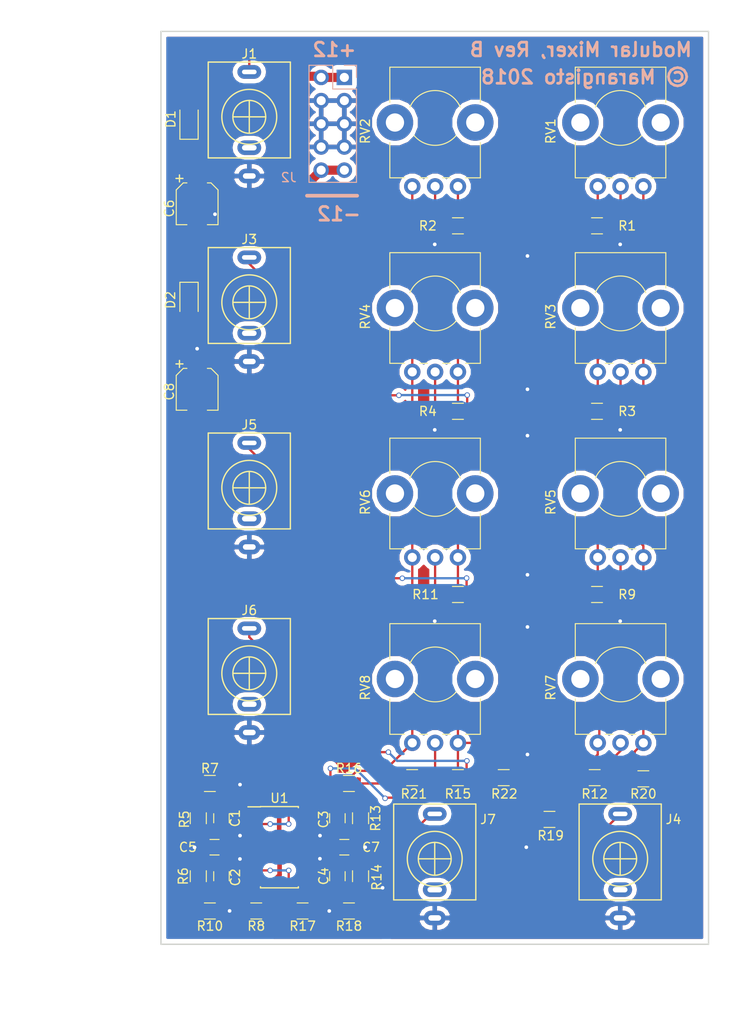
<source format=kicad_pcb>
(kicad_pcb (version 4) (host pcbnew 4.0.7-e2-6376~58~ubuntu16.04.1)
  (layers (0 F.Cu signal) (31 B.Cu signal) (34 B.Paste user) (35 F.Paste user) (36 B.SilkS user) (37 F.SilkS user) (38 B.Mask user) (39 F.Mask user) (44 Edge.Cuts user))
  (net 0 "")
  (net 1 "Net-(C1-Pad1)")
  (net 2 "Net-(C1-Pad2)")
  (net 3 "Net-(C2-Pad1)")
  (net 4 "Net-(C2-Pad2)")
  (net 5 "Net-(C3-Pad1)")
  (net 6 "Net-(C3-Pad2)")
  (net 7 "Net-(C4-Pad1)")
  (net 8 "Net-(C4-Pad2)")
  (net 9 +12VA)
  (net 10 GND)
  (net 11 -12VA)
  (net 12 "Net-(D1-Pad2)")
  (net 13 "Net-(D2-Pad1)")
  (net 14 "Net-(J1-Pad1)")
  (net 15 "Net-(J1-Pad3)")
  (net 16 "Net-(J3-Pad1)")
  (net 17 "Net-(J3-Pad3)")
  (net 18 "Net-(J4-Pad1)")
  (net 19 "Net-(J4-Pad3)")
  (net 20 "Net-(J5-Pad1)")
  (net 21 "Net-(J5-Pad3)")
  (net 22 "Net-(J6-Pad1)")
  (net 23 "Net-(J6-Pad3)")
  (net 24 "Net-(J7-Pad1)")
  (net 25 "Net-(J7-Pad3)")
  (net 26 "Net-(R1-Pad1)")
  (net 27 "Net-(R2-Pad1)")
  (net 28 "Net-(R3-Pad1)")
  (net 29 "Net-(R4-Pad1)")
  (net 30 "Net-(R9-Pad1)")
  (net 31 "Net-(R11-Pad1)")
  (net 32 "Net-(R12-Pad1)")
  (net 33 "Net-(R15-Pad1)")
  (net 34 "Net-(R19-Pad2)")
  (net 35 "Net-(R21-Pad2)")
  (module Potentiometers:Potentiometer_Alps_RK09K_Horizontal (layer F.Cu) (at 119.38 121.92 90)
    (fp_text reference RV7 (at 6.05 -10.15 90) (layer F.SilkS))
    (fp_text value 47k)
    (pad 3 thru_hole circle (at 0 -5 90) (size 1.8 1.8) (drill 1) (layers *.Cu *.Mask) (net 2 "Net-(C1-Pad2)"))
    (pad 2 thru_hole circle (at 0 -2.5 90) (size 1.8 1.8) (drill 1) (layers *.Cu *.Mask) (net 32 "Net-(R12-Pad1)"))
    (pad 1 thru_hole circle (at 0 0 90) (size 1.8 1.8) (drill 1) (layers *.Cu *.Mask) (net 34 "Net-(R19-Pad2)"))
    (pad 0 np_thru_hole circle (at 7 -6.9 90) (size 4 4) (drill 2) (layers *.Cu *.Mask))
    (pad 0 np_thru_hole circle (at 7 1.9 90) (size 4 4) (drill 2) (layers *.Cu *.Mask))
  )
  (module Resistors_SMD:R_0805 (layer F.Cu) (at 114.046 125.73 180)
    (fp_text reference R12 (at 0 -1.778 180) (layer F.SilkS))
    (fp_text value 100k)
    (pad 1 smd rect (at -0.95 0 180) (size 0.7 1.3) (layers F.Cu F.Paste F.Mask) (net 32 "Net-(R12-Pad1)"))
    (pad 2 smd rect (at 0.95 0 180) (size 0.7 1.3) (layers F.Cu F.Paste F.Mask) (net 22 "Net-(J6-Pad1)"))
  )
  (module Resistors_SMD:R_0805 (layer F.Cu) (at 109.093 130.302)
    (fp_text reference R19 (at 0.127 1.778) (layer F.SilkS))
    (fp_text value 0)
    (pad 1 smd rect (at -0.95 0) (size 0.7 1.3) (layers F.Cu F.Paste F.Mask) (net 4 "Net-(C2-Pad2)"))
    (pad 2 smd rect (at 0.95 0) (size 0.7 1.3) (layers F.Cu F.Paste F.Mask) (net 34 "Net-(R19-Pad2)"))
  )
  (module DTD:PJ398SM (layer F.Cu) (at 116.84 134.62)
    (fp_text reference J4 (at 5.842 -4.318) (layer F.SilkS))
    (fp_text value Audio-Jack-2_Switch)
    (pad 3 thru_hole oval (at 0 3.38) (size 2.6 1.6) (drill oval 1.6 0.6) (layers *.Cu *.Mask) (net 19 "Net-(J4-Pad3)"))
    (pad 2 thru_hole oval (at 0 6.48) (size 2.4 1.6) (drill oval 1.4 0.6) (layers *.Cu *.Mask) (net 10 GND))
    (pad 1 thru_hole oval (at 0 -4.92) (size 2.6 1.5) (drill oval 1.6 0.5) (layers *.Cu *.Mask) (net 18 "Net-(J4-Pad1)"))
  )
  (module Resistors_SMD:R_0805 (layer F.Cu) (at 119.38 125.857)
    (fp_text reference R20 (at 0 1.651) (layer F.SilkS))
    (fp_text value 1G)
    (pad 1 smd rect (at -0.95 0) (size 0.7 1.3) (layers F.Cu F.Paste F.Mask) (net 34 "Net-(R19-Pad2)"))
    (pad 2 smd rect (at 0.95 0) (size 0.7 1.3) (layers F.Cu F.Paste F.Mask) (net 10 GND))
  )
  (module Capacitors_SMD:C_0805 (layer F.Cu) (at 73.152 136.525 90)
    (fp_text reference C2 (at -0.127 1.524 90) (layer F.SilkS))
    (fp_text value 47p)
    (pad 1 smd rect (at -1 0 90) (size 1 1.25) (layers F.Cu F.Paste F.Mask) (net 3 "Net-(C2-Pad1)"))
    (pad 2 smd rect (at 1 0 90) (size 1 1.25) (layers F.Cu F.Paste F.Mask) (net 4 "Net-(C2-Pad2)"))
  )
  (module Resistors_SMD:R_0805 (layer F.Cu) (at 76.962 140.335 180)
    (fp_text reference R8 (at 0 -1.65 180) (layer F.SilkS))
    (fp_text value 1k)
    (pad 1 smd rect (at -0.95 0 180) (size 0.7 1.3) (layers F.Cu F.Paste F.Mask) (net 18 "Net-(J4-Pad1)"))
    (pad 2 smd rect (at 0.95 0 180) (size 0.7 1.3) (layers F.Cu F.Paste F.Mask) (net 3 "Net-(C2-Pad1)"))
  )
  (module Housings_SOIC:SOIC-14_3.9x8.7mm_Pitch1.27mm (layer F.Cu) (at 79.502 133.35)
    (fp_text reference U1 (at 0 -5.375) (layer F.SilkS))
    (fp_text value TL074)
    (pad 1 smd rect (at -2.7 -3.81) (size 1.5 0.6) (layers F.Cu F.Paste F.Mask) (net 1 "Net-(C1-Pad1)"))
    (pad 2 smd rect (at -2.7 -2.54) (size 1.5 0.6) (layers F.Cu F.Paste F.Mask) (net 2 "Net-(C1-Pad2)"))
    (pad 3 smd rect (at -2.7 -1.27) (size 1.5 0.6) (layers F.Cu F.Paste F.Mask) (net 10 GND))
    (pad 4 smd rect (at -2.7 0) (size 1.5 0.6) (layers F.Cu F.Paste F.Mask) (net 9 +12VA))
    (pad 5 smd rect (at -2.7 1.27) (size 1.5 0.6) (layers F.Cu F.Paste F.Mask) (net 10 GND))
    (pad 6 smd rect (at -2.7 2.54) (size 1.5 0.6) (layers F.Cu F.Paste F.Mask) (net 4 "Net-(C2-Pad2)"))
    (pad 7 smd rect (at -2.7 3.81) (size 1.5 0.6) (layers F.Cu F.Paste F.Mask) (net 3 "Net-(C2-Pad1)"))
    (pad 8 smd rect (at 2.7 3.81) (size 1.5 0.6) (layers F.Cu F.Paste F.Mask) (net 7 "Net-(C4-Pad1)"))
    (pad 9 smd rect (at 2.7 2.54) (size 1.5 0.6) (layers F.Cu F.Paste F.Mask) (net 8 "Net-(C4-Pad2)"))
    (pad 10 smd rect (at 2.7 1.27) (size 1.5 0.6) (layers F.Cu F.Paste F.Mask) (net 10 GND))
    (pad 11 smd rect (at 2.7 0) (size 1.5 0.6) (layers F.Cu F.Paste F.Mask) (net 11 -12VA))
    (pad 12 smd rect (at 2.7 -1.27) (size 1.5 0.6) (layers F.Cu F.Paste F.Mask) (net 10 GND))
    (pad 13 smd rect (at 2.7 -2.54) (size 1.5 0.6) (layers F.Cu F.Paste F.Mask) (net 6 "Net-(C3-Pad2)"))
    (pad 14 smd rect (at 2.7 -3.81) (size 1.5 0.6) (layers F.Cu F.Paste F.Mask) (net 5 "Net-(C3-Pad1)"))
  )
  (module Resistors_SMD:R_0805 (layer F.Cu) (at 71.882 140.335)
    (fp_text reference R10 (at 0 1.651) (layer F.SilkS))
    (fp_text value 100k)
    (pad 1 smd rect (at -0.95 0) (size 0.7 1.3) (layers F.Cu F.Paste F.Mask) (net 3 "Net-(C2-Pad1)"))
    (pad 2 smd rect (at 0.95 0) (size 0.7 1.3) (layers F.Cu F.Paste F.Mask) (net 10 GND))
  )
  (module Resistors_SMD:R_0805 (layer F.Cu) (at 82.042 140.335 180)
    (fp_text reference R17 (at 0 -1.65 180) (layer F.SilkS))
    (fp_text value 1k)
    (pad 1 smd rect (at -0.95 0 180) (size 0.7 1.3) (layers F.Cu F.Paste F.Mask) (net 24 "Net-(J7-Pad1)"))
    (pad 2 smd rect (at 0.95 0 180) (size 0.7 1.3) (layers F.Cu F.Paste F.Mask) (net 7 "Net-(C4-Pad1)"))
  )
  (module Resistors_SMD:R_0805 (layer F.Cu) (at 70.612 136.525 90)
    (fp_text reference R6 (at 0 -1.65 90) (layer F.SilkS))
    (fp_text value 100k)
    (pad 1 smd rect (at -0.95 0 90) (size 0.7 1.3) (layers F.Cu F.Paste F.Mask) (net 3 "Net-(C2-Pad1)"))
    (pad 2 smd rect (at 0.95 0 90) (size 0.7 1.3) (layers F.Cu F.Paste F.Mask) (net 4 "Net-(C2-Pad2)"))
  )
  (module Capacitors_SMD:C_0805 (layer F.Cu) (at 86.614 133.35 180)
    (fp_text reference C7 (at -2.921 0 180) (layer F.SilkS))
    (fp_text value 100n)
    (pad 1 smd rect (at -1 0 180) (size 1 1.25) (layers F.Cu F.Paste F.Mask) (net 10 GND))
    (pad 2 smd rect (at 1 0 180) (size 1 1.25) (layers F.Cu F.Paste F.Mask) (net 11 -12VA))
  )
  (module Capacitors_SMD:C_0805 (layer F.Cu) (at 73.152 130.175 270)
    (fp_text reference C1 (at 0 -1.5 270) (layer F.SilkS))
    (fp_text value 47p)
    (pad 1 smd rect (at -1 0 270) (size 1 1.25) (layers F.Cu F.Paste F.Mask) (net 1 "Net-(C1-Pad1)"))
    (pad 2 smd rect (at 1 0 270) (size 1 1.25) (layers F.Cu F.Paste F.Mask) (net 2 "Net-(C1-Pad2)"))
  )
  (module Resistors_SMD:R_0805 (layer F.Cu) (at 70.612 130.175 270)
    (fp_text reference R5 (at 0.127 1.524 270) (layer F.SilkS))
    (fp_text value 100k)
    (pad 1 smd rect (at -0.95 0 270) (size 0.7 1.3) (layers F.Cu F.Paste F.Mask) (net 1 "Net-(C1-Pad1)"))
    (pad 2 smd rect (at 0.95 0 270) (size 0.7 1.3) (layers F.Cu F.Paste F.Mask) (net 2 "Net-(C1-Pad2)"))
  )
  (module Resistors_SMD:R_0805 (layer F.Cu) (at 71.882 126.365)
    (fp_text reference R7 (at 0 -1.65) (layer F.SilkS))
    (fp_text value 100k)
    (pad 1 smd rect (at -0.95 0) (size 0.7 1.3) (layers F.Cu F.Paste F.Mask) (net 4 "Net-(C2-Pad2)"))
    (pad 2 smd rect (at 0.95 0) (size 0.7 1.3) (layers F.Cu F.Paste F.Mask) (net 1 "Net-(C1-Pad1)"))
  )
  (module Resistors_SMD:R_0805 (layer F.Cu) (at 88.392 136.525 90)
    (fp_text reference R14 (at -0.127 1.778 90) (layer F.SilkS))
    (fp_text value 100k)
    (pad 1 smd rect (at -0.95 0 90) (size 0.7 1.3) (layers F.Cu F.Paste F.Mask) (net 7 "Net-(C4-Pad1)"))
    (pad 2 smd rect (at 0.95 0 90) (size 0.7 1.3) (layers F.Cu F.Paste F.Mask) (net 8 "Net-(C4-Pad2)"))
  )
  (module Capacitors_SMD:C_0805 (layer F.Cu) (at 85.852 136.525 90)
    (fp_text reference C4 (at 0 -1.5 90) (layer F.SilkS))
    (fp_text value 47p)
    (pad 1 smd rect (at -1 0 90) (size 1 1.25) (layers F.Cu F.Paste F.Mask) (net 7 "Net-(C4-Pad1)"))
    (pad 2 smd rect (at 1 0 90) (size 1 1.25) (layers F.Cu F.Paste F.Mask) (net 8 "Net-(C4-Pad2)"))
  )
  (module Capacitors_SMD:C_0805 (layer F.Cu) (at 72.39 133.35 180)
    (fp_text reference C5 (at 2.921 0 180) (layer F.SilkS))
    (fp_text value 100n)
    (pad 1 smd rect (at -1 0 180) (size 1 1.25) (layers F.Cu F.Paste F.Mask) (net 9 +12VA))
    (pad 2 smd rect (at 1 0 180) (size 1 1.25) (layers F.Cu F.Paste F.Mask) (net 10 GND))
  )
  (module Capacitors_SMD:C_0805 (layer F.Cu) (at 85.852 130.175 270)
    (fp_text reference C3 (at 0.127 1.524 270) (layer F.SilkS))
    (fp_text value 47p)
    (pad 1 smd rect (at -1 0 270) (size 1 1.25) (layers F.Cu F.Paste F.Mask) (net 5 "Net-(C3-Pad1)"))
    (pad 2 smd rect (at 1 0 270) (size 1 1.25) (layers F.Cu F.Paste F.Mask) (net 6 "Net-(C3-Pad2)"))
  )
  (module Resistors_SMD:R_0805 (layer F.Cu) (at 87.122 140.335 180)
    (fp_text reference R18 (at 0 -1.65 180) (layer F.SilkS))
    (fp_text value 100k)
    (pad 1 smd rect (at -0.95 0 180) (size 0.7 1.3) (layers F.Cu F.Paste F.Mask) (net 7 "Net-(C4-Pad1)"))
    (pad 2 smd rect (at 0.95 0 180) (size 0.7 1.3) (layers F.Cu F.Paste F.Mask) (net 10 GND))
  )
  (module Resistors_SMD:R_0805 (layer F.Cu) (at 88.392 130.175 270)
    (fp_text reference R13 (at 0 -1.65 270) (layer F.SilkS))
    (fp_text value 100k)
    (pad 1 smd rect (at -0.95 0 270) (size 0.7 1.3) (layers F.Cu F.Paste F.Mask) (net 5 "Net-(C3-Pad1)"))
    (pad 2 smd rect (at 0.95 0 270) (size 0.7 1.3) (layers F.Cu F.Paste F.Mask) (net 6 "Net-(C3-Pad2)"))
  )
  (module Resistors_SMD:R_0805 (layer F.Cu) (at 87.122 126.365 180)
    (fp_text reference R16 (at 0 1.651 180) (layer F.SilkS))
    (fp_text value 100k)
    (pad 1 smd rect (at -0.95 0 180) (size 0.7 1.3) (layers F.Cu F.Paste F.Mask) (net 8 "Net-(C4-Pad2)"))
    (pad 2 smd rect (at 0.95 0 180) (size 0.7 1.3) (layers F.Cu F.Paste F.Mask) (net 5 "Net-(C3-Pad1)"))
  )
  (module DTD:PJ398SM (layer F.Cu) (at 96.52 134.62)
    (fp_text reference J7 (at 5.842 -4.318) (layer F.SilkS))
    (fp_text value Audio-Jack-2_Switch)
    (pad 3 thru_hole oval (at 0 3.38) (size 2.6 1.6) (drill oval 1.6 0.6) (layers *.Cu *.Mask) (net 25 "Net-(J7-Pad3)"))
    (pad 2 thru_hole oval (at 0 6.48) (size 2.4 1.6) (drill oval 1.4 0.6) (layers *.Cu *.Mask) (net 10 GND))
    (pad 1 thru_hole oval (at 0 -4.92) (size 2.6 1.5) (drill oval 1.6 0.5) (layers *.Cu *.Mask) (net 24 "Net-(J7-Pad1)"))
  )
  (module Resistors_SMD:R_0805 (layer F.Cu) (at 99.06 125.73)
    (fp_text reference R15 (at 0 1.778) (layer F.SilkS))
    (fp_text value 100k)
    (pad 1 smd rect (at -0.95 0) (size 0.7 1.3) (layers F.Cu F.Paste F.Mask) (net 33 "Net-(R15-Pad1)"))
    (pad 2 smd rect (at 0.95 0) (size 0.7 1.3) (layers F.Cu F.Paste F.Mask) (net 22 "Net-(J6-Pad1)"))
  )
  (module Resistors_SMD:R_0805 (layer F.Cu) (at 94.046 125.73)
    (fp_text reference R21 (at 0.188 1.778) (layer F.SilkS))
    (fp_text value 0)
    (pad 1 smd rect (at -0.95 0) (size 0.7 1.3) (layers F.Cu F.Paste F.Mask) (net 8 "Net-(C4-Pad2)"))
    (pad 2 smd rect (at 0.95 0) (size 0.7 1.3) (layers F.Cu F.Paste F.Mask) (net 35 "Net-(R21-Pad2)"))
  )
  (module Resistors_SMD:R_0805 (layer F.Cu) (at 104.079 125.73)
    (fp_text reference R22 (at 0.061 1.778) (layer F.SilkS))
    (fp_text value 1G)
    (pad 1 smd rect (at -0.95 0) (size 0.7 1.3) (layers F.Cu F.Paste F.Mask) (net 35 "Net-(R21-Pad2)"))
    (pad 2 smd rect (at 0.95 0) (size 0.7 1.3) (layers F.Cu F.Paste F.Mask) (net 10 GND))
  )
  (module Potentiometers:Potentiometer_Alps_RK09K_Horizontal (layer F.Cu) (at 119.38 101.6 90)
    (fp_text reference RV5 (at 6.05 -10.15 90) (layer F.SilkS))
    (fp_text value 47k)
    (pad 3 thru_hole circle (at 0 -5 90) (size 1.8 1.8) (drill 1) (layers *.Cu *.Mask) (net 2 "Net-(C1-Pad2)"))
    (pad 2 thru_hole circle (at 0 -2.5 90) (size 1.8 1.8) (drill 1) (layers *.Cu *.Mask) (net 30 "Net-(R9-Pad1)"))
    (pad 1 thru_hole circle (at 0 0 90) (size 1.8 1.8) (drill 1) (layers *.Cu *.Mask) (net 34 "Net-(R19-Pad2)"))
    (pad 0 np_thru_hole circle (at 7 -6.9 90) (size 4 4) (drill 2) (layers *.Cu *.Mask))
    (pad 0 np_thru_hole circle (at 7 1.9 90) (size 4 4) (drill 2) (layers *.Cu *.Mask))
  )
  (module Resistors_SMD:R_0805 (layer F.Cu) (at 114.3 85.598 180)
    (fp_text reference R3 (at -3.302 0 180) (layer F.SilkS))
    (fp_text value 100k)
    (pad 1 smd rect (at -0.95 0 180) (size 0.7 1.3) (layers F.Cu F.Paste F.Mask) (net 28 "Net-(R3-Pad1)"))
    (pad 2 smd rect (at 0.95 0 180) (size 0.7 1.3) (layers F.Cu F.Paste F.Mask) (net 16 "Net-(J3-Pad1)"))
  )
  (module Resistors_SMD:R_0805 (layer F.Cu) (at 114.3 105.664 180)
    (fp_text reference R9 (at -3.302 0 180) (layer F.SilkS))
    (fp_text value 100k)
    (pad 1 smd rect (at -0.95 0 180) (size 0.7 1.3) (layers F.Cu F.Paste F.Mask) (net 30 "Net-(R9-Pad1)"))
    (pad 2 smd rect (at 0.95 0 180) (size 0.7 1.3) (layers F.Cu F.Paste F.Mask) (net 20 "Net-(J5-Pad1)"))
  )
  (module Resistors_SMD:R_0805 (layer F.Cu) (at 99.06 85.598)
    (fp_text reference R4 (at -3.302 0) (layer F.SilkS))
    (fp_text value 100k)
    (pad 1 smd rect (at -0.95 0) (size 0.7 1.3) (layers F.Cu F.Paste F.Mask) (net 29 "Net-(R4-Pad1)"))
    (pad 2 smd rect (at 0.95 0) (size 0.7 1.3) (layers F.Cu F.Paste F.Mask) (net 16 "Net-(J3-Pad1)"))
  )
  (module Potentiometers:Potentiometer_Alps_RK09K_Horizontal (layer F.Cu) (at 99.06 81.28 90)
    (fp_text reference RV4 (at 6.05 -10.15 90) (layer F.SilkS))
    (fp_text value 47k)
    (pad 3 thru_hole circle (at 0 -5 90) (size 1.8 1.8) (drill 1) (layers *.Cu *.Mask) (net 6 "Net-(C3-Pad2)"))
    (pad 2 thru_hole circle (at 0 -2.5 90) (size 1.8 1.8) (drill 1) (layers *.Cu *.Mask) (net 29 "Net-(R4-Pad1)"))
    (pad 1 thru_hole circle (at 0 0 90) (size 1.8 1.8) (drill 1) (layers *.Cu *.Mask) (net 35 "Net-(R21-Pad2)"))
    (pad 0 np_thru_hole circle (at 7 -6.9 90) (size 4 4) (drill 2) (layers *.Cu *.Mask))
    (pad 0 np_thru_hole circle (at 7 1.9 90) (size 4 4) (drill 2) (layers *.Cu *.Mask))
  )
  (module Potentiometers:Potentiometer_Alps_RK09K_Horizontal (layer F.Cu) (at 119.38 60.96 90)
    (fp_text reference RV1 (at 6.05 -10.15 90) (layer F.SilkS))
    (fp_text value 47k)
    (pad 3 thru_hole circle (at 0 -5 90) (size 1.8 1.8) (drill 1) (layers *.Cu *.Mask) (net 2 "Net-(C1-Pad2)"))
    (pad 2 thru_hole circle (at 0 -2.5 90) (size 1.8 1.8) (drill 1) (layers *.Cu *.Mask) (net 26 "Net-(R1-Pad1)"))
    (pad 1 thru_hole circle (at 0 0 90) (size 1.8 1.8) (drill 1) (layers *.Cu *.Mask) (net 34 "Net-(R19-Pad2)"))
    (pad 0 np_thru_hole circle (at 7 -6.9 90) (size 4 4) (drill 2) (layers *.Cu *.Mask))
    (pad 0 np_thru_hole circle (at 7 1.9 90) (size 4 4) (drill 2) (layers *.Cu *.Mask))
  )
  (module Potentiometers:Potentiometer_Alps_RK09K_Horizontal (layer F.Cu) (at 99.06 60.96 90)
    (fp_text reference RV2 (at 6.05 -10.15 90) (layer F.SilkS))
    (fp_text value 47k)
    (pad 3 thru_hole circle (at 0 -5 90) (size 1.8 1.8) (drill 1) (layers *.Cu *.Mask) (net 6 "Net-(C3-Pad2)"))
    (pad 2 thru_hole circle (at 0 -2.5 90) (size 1.8 1.8) (drill 1) (layers *.Cu *.Mask) (net 27 "Net-(R2-Pad1)"))
    (pad 1 thru_hole circle (at 0 0 90) (size 1.8 1.8) (drill 1) (layers *.Cu *.Mask) (net 35 "Net-(R21-Pad2)"))
    (pad 0 np_thru_hole circle (at 7 -6.9 90) (size 4 4) (drill 2) (layers *.Cu *.Mask))
    (pad 0 np_thru_hole circle (at 7 1.9 90) (size 4 4) (drill 2) (layers *.Cu *.Mask))
  )
  (module Potentiometers:Potentiometer_Alps_RK09K_Horizontal (layer F.Cu) (at 119.38 81.28 90)
    (fp_text reference RV3 (at 6.05 -10.15 90) (layer F.SilkS))
    (fp_text value 47k)
    (pad 3 thru_hole circle (at 0 -5 90) (size 1.8 1.8) (drill 1) (layers *.Cu *.Mask) (net 2 "Net-(C1-Pad2)"))
    (pad 2 thru_hole circle (at 0 -2.5 90) (size 1.8 1.8) (drill 1) (layers *.Cu *.Mask) (net 28 "Net-(R3-Pad1)"))
    (pad 1 thru_hole circle (at 0 0 90) (size 1.8 1.8) (drill 1) (layers *.Cu *.Mask) (net 34 "Net-(R19-Pad2)"))
    (pad 0 np_thru_hole circle (at 7 -6.9 90) (size 4 4) (drill 2) (layers *.Cu *.Mask))
    (pad 0 np_thru_hole circle (at 7 1.9 90) (size 4 4) (drill 2) (layers *.Cu *.Mask))
  )
  (module Resistors_SMD:R_0805 (layer F.Cu) (at 114.3 65.278 180)
    (fp_text reference R1 (at -3.302 0 180) (layer F.SilkS))
    (fp_text value 100k)
    (pad 1 smd rect (at -0.95 0 180) (size 0.7 1.3) (layers F.Cu F.Paste F.Mask) (net 26 "Net-(R1-Pad1)"))
    (pad 2 smd rect (at 0.95 0 180) (size 0.7 1.3) (layers F.Cu F.Paste F.Mask) (net 14 "Net-(J1-Pad1)"))
  )
  (module Resistors_SMD:R_0805 (layer F.Cu) (at 99.06 65.278)
    (fp_text reference R2 (at -3.302 0) (layer F.SilkS))
    (fp_text value 100k)
    (pad 1 smd rect (at -0.95 0) (size 0.7 1.3) (layers F.Cu F.Paste F.Mask) (net 27 "Net-(R2-Pad1)"))
    (pad 2 smd rect (at 0.95 0) (size 0.7 1.3) (layers F.Cu F.Paste F.Mask) (net 14 "Net-(J1-Pad1)"))
  )
  (module Capacitors_SMD:CP_Elec_4x5.8 (layer F.Cu) (at 70.485 83.185 270)
    (fp_text reference C8 (at 0.254 3.048 270) (layer F.SilkS))
    (fp_text value 10u)
    (fp_text user + (at -2.78 2.01 270) (layer F.SilkS))
    (pad 1 smd rect (at -1.8 0 90) (size 2.6 1.6) (layers F.Cu F.Paste F.Mask) (net 10 GND))
    (pad 2 smd rect (at 1.8 0 90) (size 2.6 1.6) (layers F.Cu F.Paste F.Mask) (net 11 -12VA))
  )
  (module Diodes_SMD:D_PowerDI-123 (layer F.Cu) (at 69.596 73.66 270)
    (fp_text reference D2 (at -0.254 2.032 270) (layer F.SilkS))
    (fp_text value DFLR1400-7)
    (pad 1 smd rect (at -0.85 0 90) (size 2.4 1.5) (layers F.Cu F.Paste F.Mask) (net 13 "Net-(D2-Pad1)"))
    (pad 2 smd rect (at 1.525 0 90) (size 1.05 1.5) (layers F.Cu F.Paste F.Mask) (net 11 -12VA))
  )
  (module Diodes_SMD:D_PowerDI-123 (layer F.Cu) (at 69.596 53.595 90)
    (fp_text reference D1 (at 0 -2 90) (layer F.SilkS))
    (fp_text value DFLR1400-7)
    (pad 1 smd rect (at -0.85 0 270) (size 2.4 1.5) (layers F.Cu F.Paste F.Mask) (net 9 +12VA))
    (pad 2 smd rect (at 1.525 0 270) (size 1.05 1.5) (layers F.Cu F.Paste F.Mask) (net 12 "Net-(D1-Pad2)"))
  )
  (module Capacitors_SMD:CP_Elec_4x5.8 (layer F.Cu) (at 70.485 62.865 270)
    (fp_text reference C6 (at 0.508 3.048 270) (layer F.SilkS))
    (fp_text value 10u)
    (fp_text user + (at -2.78 2.01 270) (layer F.SilkS))
    (pad 1 smd rect (at -1.8 0 90) (size 2.6 1.6) (layers F.Cu F.Paste F.Mask) (net 9 +12VA))
    (pad 2 smd rect (at 1.8 0 90) (size 2.6 1.6) (layers F.Cu F.Paste F.Mask) (net 10 GND))
  )
  (module DTD:PJ398SM (layer F.Cu) (at 76.2 53.34)
    (fp_text reference J1 (at 0 -6.9) (layer F.SilkS))
    (fp_text value Audio-Jack-2_Switch)
    (pad 3 thru_hole oval (at 0 3.38) (size 2.6 1.6) (drill oval 1.6 0.6) (layers *.Cu *.Mask) (net 15 "Net-(J1-Pad3)"))
    (pad 2 thru_hole oval (at 0 6.48) (size 2.4 1.6) (drill oval 1.4 0.6) (layers *.Cu *.Mask) (net 10 GND))
    (pad 1 thru_hole oval (at 0 -4.92) (size 2.6 1.5) (drill oval 1.6 0.5) (layers *.Cu *.Mask) (net 14 "Net-(J1-Pad1)"))
  )
  (module DTD:PJ398SM (layer F.Cu) (at 76.2 73.66)
    (fp_text reference J3 (at 0 -6.9) (layer F.SilkS))
    (fp_text value Audio-Jack-2_Switch)
    (pad 3 thru_hole oval (at 0 3.38) (size 2.6 1.6) (drill oval 1.6 0.6) (layers *.Cu *.Mask) (net 17 "Net-(J3-Pad3)"))
    (pad 2 thru_hole oval (at 0 6.48) (size 2.4 1.6) (drill oval 1.4 0.6) (layers *.Cu *.Mask) (net 10 GND))
    (pad 1 thru_hole oval (at 0 -4.92) (size 2.6 1.5) (drill oval 1.6 0.5) (layers *.Cu *.Mask) (net 16 "Net-(J3-Pad1)"))
  )
  (module Resistors_SMD:R_0805 (layer F.Cu) (at 99.06 105.664)
    (fp_text reference R11 (at -3.556 0) (layer F.SilkS))
    (fp_text value 100k)
    (pad 1 smd rect (at -0.95 0) (size 0.7 1.3) (layers F.Cu F.Paste F.Mask) (net 31 "Net-(R11-Pad1)"))
    (pad 2 smd rect (at 0.95 0) (size 0.7 1.3) (layers F.Cu F.Paste F.Mask) (net 20 "Net-(J5-Pad1)"))
  )
  (module DTD:PJ398SM (layer F.Cu) (at 76.2 114.3)
    (fp_text reference J6 (at 0 -6.9) (layer F.SilkS))
    (fp_text value Audio-Jack-2_Switch)
    (pad 3 thru_hole oval (at 0 3.38) (size 2.6 1.6) (drill oval 1.6 0.6) (layers *.Cu *.Mask) (net 23 "Net-(J6-Pad3)"))
    (pad 2 thru_hole oval (at 0 6.48) (size 2.4 1.6) (drill oval 1.4 0.6) (layers *.Cu *.Mask) (net 10 GND))
    (pad 1 thru_hole oval (at 0 -4.92) (size 2.6 1.5) (drill oval 1.6 0.5) (layers *.Cu *.Mask) (net 22 "Net-(J6-Pad1)"))
  )
  (module Potentiometers:Potentiometer_Alps_RK09K_Horizontal (layer F.Cu) (at 99.06 101.6 90)
    (fp_text reference RV6 (at 6.05 -10.15 90) (layer F.SilkS))
    (fp_text value 47k)
    (pad 3 thru_hole circle (at 0 -5 90) (size 1.8 1.8) (drill 1) (layers *.Cu *.Mask) (net 6 "Net-(C3-Pad2)"))
    (pad 2 thru_hole circle (at 0 -2.5 90) (size 1.8 1.8) (drill 1) (layers *.Cu *.Mask) (net 31 "Net-(R11-Pad1)"))
    (pad 1 thru_hole circle (at 0 0 90) (size 1.8 1.8) (drill 1) (layers *.Cu *.Mask) (net 35 "Net-(R21-Pad2)"))
    (pad 0 np_thru_hole circle (at 7 -6.9 90) (size 4 4) (drill 2) (layers *.Cu *.Mask))
    (pad 0 np_thru_hole circle (at 7 1.9 90) (size 4 4) (drill 2) (layers *.Cu *.Mask))
  )
  (module DTD:PJ398SM (layer F.Cu) (at 76.2 93.98)
    (fp_text reference J5 (at 0 -6.9) (layer F.SilkS))
    (fp_text value Audio-Jack-2_Switch)
    (pad 3 thru_hole oval (at 0 3.38) (size 2.6 1.6) (drill oval 1.6 0.6) (layers *.Cu *.Mask) (net 21 "Net-(J5-Pad3)"))
    (pad 2 thru_hole oval (at 0 6.48) (size 2.4 1.6) (drill oval 1.4 0.6) (layers *.Cu *.Mask) (net 10 GND))
    (pad 1 thru_hole oval (at 0 -4.92) (size 2.6 1.5) (drill oval 1.6 0.5) (layers *.Cu *.Mask) (net 20 "Net-(J5-Pad1)"))
  )
  (module Potentiometers:Potentiometer_Alps_RK09K_Horizontal (layer F.Cu) (at 99.06 121.92 90)
    (fp_text reference RV8 (at 6.05 -10.15 90) (layer F.SilkS))
    (fp_text value 47k)
    (pad 3 thru_hole circle (at 0 -5 90) (size 1.8 1.8) (drill 1) (layers *.Cu *.Mask) (net 6 "Net-(C3-Pad2)"))
    (pad 2 thru_hole circle (at 0 -2.5 90) (size 1.8 1.8) (drill 1) (layers *.Cu *.Mask) (net 33 "Net-(R15-Pad1)"))
    (pad 1 thru_hole circle (at 0 0 90) (size 1.8 1.8) (drill 1) (layers *.Cu *.Mask) (net 35 "Net-(R21-Pad2)"))
    (pad 0 np_thru_hole circle (at 7 -6.9 90) (size 4 4) (drill 2) (layers *.Cu *.Mask))
    (pad 0 np_thru_hole circle (at 7 1.9 90) (size 4 4) (drill 2) (layers *.Cu *.Mask))
  )
  (module Pin_Headers:Pin_Header_Straight_2x05_Pitch2.54mm (layer B.Cu) (at 86.614 49.022 180)
    (fp_text reference J2 (at 6.094 -10.958 180) (layer B.SilkS) (effects (justify mirror)))
    (fp_text value Conn_02x05_Odd_Even)
    (pad 1 thru_hole rect (at 0 0 180) (size 1.7 1.7) (drill 1) (layers *.Cu *.Mask) (net 12 "Net-(D1-Pad2)"))
    (pad 2 thru_hole oval (at 2.54 0 180) (size 1.7 1.7) (drill 1) (layers *.Cu *.Mask) (net 12 "Net-(D1-Pad2)"))
    (pad 3 thru_hole oval (at 0 -2.54 180) (size 1.7 1.7) (drill 1) (layers *.Cu *.Mask) (net 10 GND))
    (pad 4 thru_hole oval (at 2.54 -2.54 180) (size 1.7 1.7) (drill 1) (layers *.Cu *.Mask) (net 10 GND))
    (pad 5 thru_hole oval (at 0 -5.08 180) (size 1.7 1.7) (drill 1) (layers *.Cu *.Mask) (net 10 GND))
    (pad 6 thru_hole oval (at 2.54 -5.08 180) (size 1.7 1.7) (drill 1) (layers *.Cu *.Mask) (net 10 GND))
    (pad 7 thru_hole oval (at 0 -7.62 180) (size 1.7 1.7) (drill 1) (layers *.Cu *.Mask) (net 10 GND))
    (pad 8 thru_hole oval (at 2.54 -7.62 180) (size 1.7 1.7) (drill 1) (layers *.Cu *.Mask) (net 10 GND))
    (pad 9 thru_hole oval (at 0 -10.16 180) (size 1.7 1.7) (drill 1) (layers *.Cu *.Mask) (net 13 "Net-(D2-Pad1)"))
    (pad 10 thru_hole oval (at 2.54 -10.16 180) (size 1.7 1.7) (drill 1) (layers *.Cu *.Mask) (net 13 "Net-(D2-Pad1)"))
  )
  (gr_text "© Marangisto 2018" (at 113.02 48.98) (layer B.SilkS) (effects (font (size 1.5 1.5) (thickness 0.3)) (justify mirror)))
  (gr_text "Modular Mixer, Rev B\n" (at 112.52 45.98) (layer B.SilkS) (effects (font (size 1.5 1.5) (thickness 0.3)) (justify mirror)))
  (gr_text -12 (at 86.02 63.98) (layer B.SilkS) (effects (font (size 1.5 1.5) (thickness 0.3)) (justify mirror)))
  (gr_text +12 (at 85.52 45.98) (layer B.SilkS) (effects (font (size 1.5 1.5) (thickness 0.3)) (justify mirror)))
  (gr_line (start 82.52 61.98) (end 88.02 61.98) (layer B.SilkS) (width 0.4))
  (gr_line (start 126.52 143.98) (end 126.52 43.98) (layer Edge.Cuts) (width 0.15))
  (gr_line (start 66.52 143.98) (end 126.52 143.98) (layer Edge.Cuts) (width 0.15))
  (gr_line (start 66.52 43.98) (end 66.52 143.98) (layer Edge.Cuts) (width 0.15))
  (gr_line (start 126.52 43.98) (end 66.52 43.98) (layer Edge.Cuts) (width 0.15))
  (segment (start 73.152 129.175) (end 74.692 129.175) (width 0.25) (layer F.Cu) (net 1))
  (segment (start 75.057 129.54) (end 76.802 129.54) (width 0.25) (layer F.Cu) (net 1))
  (segment (start 74.692 129.175) (end 75.057 129.54) (width 0.25) (layer F.Cu) (net 1))
  (segment (start 73.152 129.175) (end 73.152 128.143) (width 0.25) (layer F.Cu) (net 1))
  (segment (start 72.832 127.823) (end 72.832 126.365) (width 0.25) (layer F.Cu) (net 1))
  (segment (start 73.152 128.143) (end 72.832 127.823) (width 0.25) (layer F.Cu) (net 1))
  (segment (start 70.612 129.225) (end 73.102 129.225) (width 0.25) (layer F.Cu) (net 1))
  (segment (start 73.102 129.225) (end 73.152 129.175) (width 0.25) (layer F.Cu) (net 1))
  (segment (start 80.518 130.81) (end 80.518 129.218897) (width 0.25) (layer F.Cu) (net 2))
  (segment (start 82.596035 128.492046) (end 85.09 125.998081) (width 0.25) (layer F.Cu) (net 2))
  (segment (start 80.518 129.218897) (end 81.244851 128.492046) (width 0.25) (layer F.Cu) (net 2))
  (segment (start 81.244851 128.492046) (end 82.596035 128.492046) (width 0.25) (layer F.Cu) (net 2))
  (segment (start 85.09 125.998081) (end 85.09 124.714) (width 0.25) (layer F.Cu) (net 2))
  (segment (start 112.869956 127.922044) (end 114.046 126.746) (width 0.25) (layer F.Cu) (net 2))
  (segment (start 114.046 123.526792) (end 114.38 123.192792) (width 0.25) (layer F.Cu) (net 2))
  (segment (start 114.046 126.746) (end 114.046 123.526792) (width 0.25) (layer F.Cu) (net 2))
  (segment (start 114.38 123.192792) (end 114.38 121.92) (width 0.25) (layer F.Cu) (net 2))
  (segment (start 91.109692 127.922044) (end 112.869956 127.922044) (width 0.25) (layer F.Cu) (net 2))
  (segment (start 91.015736 128.016) (end 91.109692 127.922044) (width 0.25) (layer F.Cu) (net 2))
  (segment (start 90.780475 127.692829) (end 91.080474 127.992828) (width 0.25) (layer B.Cu) (net 2))
  (segment (start 87.801646 124.714) (end 90.780475 127.692829) (width 0.25) (layer B.Cu) (net 2))
  (segment (start 85.09 124.714) (end 87.801646 124.714) (width 0.25) (layer B.Cu) (net 2))
  (via (at 91.080474 127.992828) (size 0.6) (drill 0.4) (layers F.Cu B.Cu) (net 2))
  (via (at 85.09 124.714) (size 0.6) (drill 0.4) (layers F.Cu B.Cu) (net 2))
  (via (at 80.518 130.81) (size 0.6) (drill 0.4) (layers F.Cu B.Cu) (net 2))
  (segment (start 78.486 130.81) (end 80.518 130.81) (width 0.25) (layer B.Cu) (net 2))
  (via (at 78.486 130.81) (size 0.6) (drill 0.4) (layers F.Cu B.Cu) (net 2))
  (via (at 78.486 130.81) (size 0.6) (drill 0.4) (layers F.Cu B.Cu) (net 2))
  (segment (start 76.802 130.81) (end 78.486 130.81) (width 0.25) (layer F.Cu) (net 2))
  (segment (start 73.152 131.175) (end 74.692 131.175) (width 0.25) (layer F.Cu) (net 2))
  (segment (start 75.057 130.81) (end 76.802 130.81) (width 0.25) (layer F.Cu) (net 2))
  (segment (start 74.692 131.175) (end 75.057 130.81) (width 0.25) (layer F.Cu) (net 2))
  (segment (start 114.38 101.6) (end 114.38 108.792) (width 0.25) (layer F.Cu) (net 2))
  (segment (start 114.554 120.142) (end 114.554 121.746) (width 0.25) (layer F.Cu) (net 2))
  (segment (start 115.57 119.126) (end 114.554 120.142) (width 0.25) (layer F.Cu) (net 2))
  (segment (start 115.57 109.982) (end 115.57 119.126) (width 0.25) (layer F.Cu) (net 2))
  (segment (start 114.38 108.792) (end 115.57 109.982) (width 0.25) (layer F.Cu) (net 2))
  (segment (start 114.554 121.746) (end 114.38 121.92) (width 0.25) (layer F.Cu) (net 2))
  (segment (start 114.38 81.28) (end 114.38 88.472) (width 0.25) (layer F.Cu) (net 2))
  (segment (start 114.38 99.996) (end 114.38 101.6) (width 0.25) (layer F.Cu) (net 2))
  (segment (start 115.57 98.806) (end 114.38 99.996) (width 0.25) (layer F.Cu) (net 2))
  (segment (start 115.57 89.662) (end 115.57 98.806) (width 0.25) (layer F.Cu) (net 2))
  (segment (start 114.38 88.472) (end 115.57 89.662) (width 0.25) (layer F.Cu) (net 2))
  (segment (start 114.38 60.96) (end 114.38 67.992) (width 0.25) (layer F.Cu) (net 2))
  (segment (start 114.38 79.93) (end 114.38 81.28) (width 0.25) (layer F.Cu) (net 2))
  (segment (start 115.316 78.994) (end 114.38 79.93) (width 0.25) (layer F.Cu) (net 2))
  (segment (start 115.316 68.928) (end 115.316 78.994) (width 0.25) (layer F.Cu) (net 2))
  (segment (start 114.38 67.992) (end 115.316 68.928) (width 0.25) (layer F.Cu) (net 2))
  (segment (start 70.612 131.125) (end 73.102 131.125) (width 0.25) (layer F.Cu) (net 2))
  (segment (start 73.102 131.125) (end 73.152 131.175) (width 0.25) (layer F.Cu) (net 2))
  (segment (start 76.012 140.335) (end 76.012 138.242) (width 0.25) (layer F.Cu) (net 3))
  (segment (start 76.708 137.546) (end 76.708 137.414) (width 0.25) (layer F.Cu) (net 3))
  (segment (start 76.012 138.242) (end 76.708 137.546) (width 0.25) (layer F.Cu) (net 3))
  (segment (start 76.708 137.414) (end 76.802 137.16) (width 0.25) (layer F.Cu) (net 3))
  (segment (start 73.152 137.525) (end 74.692 137.525) (width 0.25) (layer F.Cu) (net 3))
  (segment (start 75.057 137.16) (end 76.802 137.16) (width 0.25) (layer F.Cu) (net 3))
  (segment (start 74.692 137.525) (end 75.057 137.16) (width 0.25) (layer F.Cu) (net 3))
  (segment (start 70.932 140.335) (end 70.932 137.795) (width 0.25) (layer F.Cu) (net 3))
  (segment (start 70.932 137.795) (end 70.612 137.475) (width 0.25) (layer F.Cu) (net 3))
  (segment (start 70.612 137.475) (end 73.102 137.475) (width 0.25) (layer F.Cu) (net 3))
  (segment (start 73.102 137.475) (end 73.152 137.525) (width 0.25) (layer F.Cu) (net 3))
  (segment (start 70.932 126.365) (end 70.932 126.555536) (width 0.25) (layer F.Cu) (net 4))
  (segment (start 70.932 126.555536) (end 69.090536 128.397) (width 0.25) (layer F.Cu) (net 4))
  (segment (start 69.090536 128.397) (end 69.088 128.397) (width 0.25) (layer F.Cu) (net 4))
  (segment (start 69.088 128.397) (end 69.088 132.08) (width 0.25) (layer F.Cu) (net 4))
  (segment (start 108.143 130.302) (end 106.513399 128.672399) (width 0.25) (layer F.Cu) (net 4))
  (segment (start 97.959736 131.572) (end 95.885 131.572) (width 0.25) (layer F.Cu) (net 4))
  (segment (start 93.853 138.811) (end 90.17 142.494) (width 0.25) (layer F.Cu) (net 4))
  (segment (start 90.17 142.494) (end 80.137 142.494) (width 0.25) (layer F.Cu) (net 4))
  (segment (start 106.513399 128.672399) (end 100.859337 128.672399) (width 0.25) (layer F.Cu) (net 4))
  (segment (start 100.859337 128.672399) (end 97.959736 131.572) (width 0.25) (layer F.Cu) (net 4))
  (segment (start 95.885 131.572) (end 93.853 133.604) (width 0.25) (layer F.Cu) (net 4))
  (segment (start 93.853 133.604) (end 93.853 138.811) (width 0.25) (layer F.Cu) (net 4))
  (segment (start 80.137 142.494) (end 79.502 141.859) (width 0.25) (layer F.Cu) (net 4))
  (segment (start 79.502 141.859) (end 79.502 139.319) (width 0.25) (layer F.Cu) (net 4))
  (segment (start 79.502 139.319) (end 80.518 138.303) (width 0.25) (layer F.Cu) (net 4))
  (segment (start 80.518 138.303) (end 80.518 135.89) (width 0.25) (layer F.Cu) (net 4))
  (segment (start 80.518 135.89) (end 78.486 135.89) (width 0.25) (layer B.Cu) (net 4))
  (via (at 80.518 135.89) (size 0.6) (drill 0.4) (layers F.Cu B.Cu) (net 4))
  (segment (start 78.486 135.89) (end 76.802 135.89) (width 0.25) (layer F.Cu) (net 4))
  (segment (start 69.088 132.08) (end 69.088 135.128) (width 0.25) (layer F.Cu) (net 4))
  (segment (start 69.535 135.575) (end 70.612 135.575) (width 0.25) (layer F.Cu) (net 4))
  (segment (start 69.088 135.128) (end 69.535 135.575) (width 0.25) (layer F.Cu) (net 4))
  (segment (start 73.152 135.525) (end 74.692 135.525) (width 0.25) (layer F.Cu) (net 4))
  (segment (start 75.057 135.89) (end 76.802 135.89) (width 0.25) (layer F.Cu) (net 4))
  (segment (start 74.692 135.525) (end 75.057 135.89) (width 0.25) (layer F.Cu) (net 4))
  (segment (start 69.088 132.207) (end 69.088 132.08) (width 0.25) (layer F.Cu) (net 4))
  (segment (start 70.932 126.553) (end 70.932 126.365) (width 0.25) (layer F.Cu) (net 4))
  (segment (start 70.612 135.575) (end 73.102 135.575) (width 0.25) (layer F.Cu) (net 4))
  (segment (start 73.102 135.575) (end 73.152 135.525) (width 0.25) (layer F.Cu) (net 4))
  (segment (start 75.438 135.89) (end 76.802 135.89) (width 0.25) (layer F.Cu) (net 4))
  (via (at 78.486 135.89) (size 0.6) (drill 0.4) (layers F.Cu B.Cu) (net 4))
  (segment (start 85.727 129.175) (end 85.723983 129.171983) (width 0.25) (layer F.Cu) (net 5))
  (segment (start 85.723983 129.171983) (end 84.397604 129.171983) (width 0.25) (layer F.Cu) (net 5))
  (segment (start 84.397604 129.171983) (end 84.029587 129.54) (width 0.25) (layer F.Cu) (net 5))
  (segment (start 84.029587 129.54) (end 82.202 129.54) (width 0.25) (layer F.Cu) (net 5))
  (segment (start 84.977 128.425) (end 84.977 126.96) (width 0.25) (layer F.Cu) (net 5))
  (segment (start 85.727 129.175) (end 84.977 128.425) (width 0.25) (layer F.Cu) (net 5))
  (segment (start 88.092 129.225) (end 87.492 129.825) (width 0.25) (layer F.Cu) (net 5))
  (segment (start 88.392 129.225) (end 88.092 129.225) (width 0.25) (layer F.Cu) (net 5))
  (segment (start 87.492 129.825) (end 86.502 129.825) (width 0.25) (layer F.Cu) (net 5))
  (segment (start 86.502 129.825) (end 85.852 129.175) (width 0.25) (layer F.Cu) (net 5))
  (segment (start 84.977 126.96) (end 85.572 126.365) (width 0.25) (layer F.Cu) (net 5))
  (segment (start 85.852 129.175) (end 85.727 129.175) (width 0.25) (layer F.Cu) (net 5))
  (segment (start 85.572 126.365) (end 86.172 126.365) (width 0.25) (layer F.Cu) (net 5))
  (segment (start 94.06 121.92) (end 90.997507 124.982493) (width 0.25) (layer F.Cu) (net 6))
  (segment (start 90.997507 124.982493) (end 87.985495 124.982493) (width 0.25) (layer F.Cu) (net 6))
  (segment (start 87.396999 127.275001) (end 87.857334 127.735336) (width 0.25) (layer F.Cu) (net 6))
  (segment (start 87.985495 124.982493) (end 87.396999 125.570989) (width 0.25) (layer F.Cu) (net 6))
  (segment (start 89.846998 129.970002) (end 88.692 131.125) (width 0.25) (layer F.Cu) (net 6))
  (segment (start 87.396999 125.570989) (end 87.396999 127.275001) (width 0.25) (layer F.Cu) (net 6))
  (segment (start 87.857334 127.735336) (end 88.38947 127.735336) (width 0.25) (layer F.Cu) (net 6))
  (segment (start 88.38947 127.735336) (end 89.846998 129.192864) (width 0.25) (layer F.Cu) (net 6))
  (segment (start 89.846998 129.192864) (end 89.846998 129.970002) (width 0.25) (layer F.Cu) (net 6))
  (segment (start 88.692 131.125) (end 88.392 131.125) (width 0.25) (layer F.Cu) (net 6))
  (segment (start 85.852 131.175) (end 85.727 131.175) (width 0.25) (layer F.Cu) (net 6))
  (segment (start 85.727 131.175) (end 85.624706 131.072706) (width 0.25) (layer F.Cu) (net 6))
  (segment (start 85.624706 131.072706) (end 84.354753 131.072706) (width 0.25) (layer F.Cu) (net 6))
  (segment (start 84.354753 131.072706) (end 84.092047 130.81) (width 0.25) (layer F.Cu) (net 6))
  (segment (start 84.092047 130.81) (end 82.202 130.81) (width 0.25) (layer F.Cu) (net 6))
  (segment (start 94.06 101.6) (end 94.06 109.14) (width 0.25) (layer F.Cu) (net 6))
  (segment (start 94.06 120.062) (end 94.06 121.92) (width 0.25) (layer F.Cu) (net 6))
  (segment (start 95.25 118.872) (end 94.06 120.062) (width 0.25) (layer F.Cu) (net 6))
  (segment (start 95.25 110.33) (end 95.25 118.872) (width 0.25) (layer F.Cu) (net 6))
  (segment (start 94.06 109.14) (end 95.25 110.33) (width 0.25) (layer F.Cu) (net 6))
  (segment (start 94.06 81.28) (end 94.06 88.726) (width 0.25) (layer F.Cu) (net 6))
  (segment (start 94.06 99.742) (end 94.06 101.6) (width 0.25) (layer F.Cu) (net 6))
  (segment (start 95.25 98.552) (end 94.06 99.742) (width 0.25) (layer F.Cu) (net 6))
  (segment (start 95.25 89.916) (end 95.25 98.552) (width 0.25) (layer F.Cu) (net 6))
  (segment (start 94.06 88.726) (end 95.25 89.916) (width 0.25) (layer F.Cu) (net 6))
  (segment (start 94.06 60.96) (end 94.06 68.406) (width 0.25) (layer F.Cu) (net 6))
  (segment (start 94.06 78.914) (end 94.06 81.28) (width 0.25) (layer F.Cu) (net 6))
  (segment (start 95.25 77.724) (end 94.06 78.914) (width 0.25) (layer F.Cu) (net 6))
  (segment (start 95.25 69.596) (end 95.25 77.724) (width 0.25) (layer F.Cu) (net 6))
  (segment (start 94.06 68.406) (end 95.25 69.596) (width 0.25) (layer F.Cu) (net 6))
  (segment (start 88.392 131.125) (end 85.902 131.125) (width 0.25) (layer F.Cu) (net 6))
  (segment (start 85.902 131.125) (end 85.852 131.175) (width 0.25) (layer F.Cu) (net 6))
  (segment (start 81.092 140.335) (end 81.092 139.512) (width 0.25) (layer F.Cu) (net 7))
  (segment (start 82.296 138.308) (end 82.296 137.254) (width 0.25) (layer F.Cu) (net 7))
  (segment (start 81.092 139.512) (end 82.296 138.308) (width 0.25) (layer F.Cu) (net 7))
  (segment (start 82.296 137.254) (end 82.202 137.16) (width 0.25) (layer F.Cu) (net 7))
  (segment (start 85.852 137.525) (end 84.312 137.525) (width 0.25) (layer F.Cu) (net 7))
  (segment (start 83.947 137.16) (end 82.202 137.16) (width 0.25) (layer F.Cu) (net 7))
  (segment (start 84.312 137.525) (end 83.947 137.16) (width 0.25) (layer F.Cu) (net 7))
  (segment (start 82.296 137.254) (end 82.202 137.16) (width 0.25) (layer F.Cu) (net 7))
  (segment (start 88.072 140.335) (end 88.072 137.795) (width 0.25) (layer F.Cu) (net 7))
  (segment (start 88.072 137.795) (end 88.392 137.475) (width 0.25) (layer F.Cu) (net 7))
  (segment (start 85.852 137.525) (end 88.342 137.525) (width 0.25) (layer F.Cu) (net 7))
  (segment (start 88.072 126.365) (end 91.44 126.365) (width 0.25) (layer F.Cu) (net 8))
  (segment (start 91.44 126.365) (end 92.075 125.73) (width 0.25) (layer F.Cu) (net 8))
  (segment (start 92.075 125.73) (end 93.096 125.73) (width 0.25) (layer F.Cu) (net 8))
  (segment (start 88.392 135.575) (end 89.236398 135.575) (width 0.25) (layer F.Cu) (net 8))
  (segment (start 89.236398 135.575) (end 90.306277 134.505121) (width 0.25) (layer F.Cu) (net 8))
  (segment (start 90.306277 134.505121) (end 90.306277 128.899277) (width 0.25) (layer F.Cu) (net 8))
  (segment (start 90.306277 128.899277) (end 88.072 126.665) (width 0.25) (layer F.Cu) (net 8))
  (segment (start 88.072 126.665) (end 88.072 126.365) (width 0.25) (layer F.Cu) (net 8))
  (segment (start 88.072 125.796) (end 88.072 126.365) (width 0.25) (layer F.Cu) (net 8))
  (segment (start 85.852 135.525) (end 84.312 135.525) (width 0.25) (layer F.Cu) (net 8))
  (segment (start 83.947 135.89) (end 82.202 135.89) (width 0.25) (layer F.Cu) (net 8))
  (segment (start 84.312 135.525) (end 83.947 135.89) (width 0.25) (layer F.Cu) (net 8))
  (segment (start 85.852 135.525) (end 88.342 135.525) (width 0.25) (layer F.Cu) (net 8))
  (segment (start 88.342 135.525) (end 88.392 135.575) (width 0.25) (layer F.Cu) (net 8))
  (segment (start 76.802 133.35) (end 73.39 133.35) (width 0.5) (layer F.Cu) (net 9))
  (segment (start 76.802 133.35) (end 78.79 133.35) (width 0.5) (layer F.Cu) (net 9))
  (segment (start 78.79 133.35) (end 79.52 134.08) (width 0.5) (layer F.Cu) (net 9))
  (segment (start 79.52 134.08) (end 79.52 136.38) (width 0.5) (layer F.Cu) (net 9))
  (segment (start 79.52 136.38) (end 76.962 138.938) (width 0.5) (layer F.Cu) (net 9))
  (segment (start 76.12769 142.748) (end 75.438 142.748) (width 0.5) (layer F.Cu) (net 9))
  (segment (start 76.962 138.938) (end 76.962 141.91369) (width 0.5) (layer F.Cu) (net 9))
  (segment (start 76.962 141.91369) (end 76.12769 142.748) (width 0.5) (layer F.Cu) (net 9))
  (segment (start 70.485 61.065) (end 69.11 61.065) (width 1) (layer F.Cu) (net 9))
  (segment (start 69.11 61.065) (end 67.657371 62.517629) (width 1) (layer F.Cu) (net 9))
  (segment (start 67.657371 62.517629) (end 67.657371 141.571371) (width 1) (layer F.Cu) (net 9))
  (segment (start 67.657371 141.571371) (end 68.834 142.748) (width 1) (layer F.Cu) (net 9))
  (segment (start 68.834 142.748) (end 69.596 142.748) (width 1) (layer F.Cu) (net 9))
  (segment (start 69.596 142.748) (end 75.438 142.748) (width 1) (layer F.Cu) (net 9))
  (segment (start 69.215 54.19) (end 69.215 57.15) (width 1) (layer F.Cu) (net 9))
  (segment (start 70.485 58.42) (end 70.485 61.065) (width 1) (layer F.Cu) (net 9))
  (segment (start 69.215 57.15) (end 70.485 58.42) (width 1) (layer F.Cu) (net 9))
  (segment (start 96.52 141.1) (end 98.803 141.1) (width 0.25) (layer B.Cu) (net 10))
  (segment (start 98.803 141.1) (end 106.553 133.35) (width 0.25) (layer B.Cu) (net 10))
  (via (at 106.553 133.35) (size 0.6) (drill 0.4) (layers F.Cu B.Cu) (net 10))
  (segment (start 75.184 132.08) (end 75.184 126.492) (width 0.25) (layer B.Cu) (net 10))
  (via (at 75.184 126.492) (size 0.6) (drill 0.4) (layers F.Cu B.Cu) (net 10))
  (segment (start 88.9 133.35) (end 88.9 135.89) (width 0.25) (layer B.Cu) (net 10))
  (via (at 90.805 137.795) (size 0.6) (drill 0.4) (layers F.Cu B.Cu) (net 10))
  (segment (start 88.9 135.89) (end 90.805 137.795) (width 0.25) (layer B.Cu) (net 10))
  (segment (start 106.68 123.19) (end 106.68 125.73) (width 0.25) (layer B.Cu) (net 10))
  (segment (start 106.68 125.73) (end 102.235 130.175) (width 0.25) (layer B.Cu) (net 10))
  (segment (start 106.68 109.22) (end 116.205 109.22) (width 0.25) (layer B.Cu) (net 10))
  (via (at 116.84 108.585) (size 0.6) (drill 0.4) (layers F.Cu B.Cu) (net 10))
  (segment (start 116.205 109.22) (end 116.84 108.585) (width 0.25) (layer B.Cu) (net 10))
  (segment (start 106.68 109.22) (end 97.155 109.22) (width 0.25) (layer B.Cu) (net 10))
  (via (at 96.52 108.585) (size 0.6) (drill 0.4) (layers F.Cu B.Cu) (net 10))
  (segment (start 97.155 109.22) (end 96.52 108.585) (width 0.25) (layer B.Cu) (net 10))
  (segment (start 106.68 88.265) (end 116.205 88.265) (width 0.25) (layer B.Cu) (net 10))
  (via (at 116.84 87.63) (size 0.6) (drill 0.4) (layers F.Cu B.Cu) (net 10))
  (segment (start 116.205 88.265) (end 116.84 87.63) (width 0.25) (layer B.Cu) (net 10))
  (segment (start 106.68 88.265) (end 97.155 88.265) (width 0.25) (layer B.Cu) (net 10))
  (via (at 96.52 87.63) (size 0.6) (drill 0.4) (layers F.Cu B.Cu) (net 10))
  (segment (start 97.155 88.265) (end 96.52 87.63) (width 0.25) (layer B.Cu) (net 10))
  (segment (start 106.68 68.58) (end 115.57 68.58) (width 0.25) (layer B.Cu) (net 10))
  (via (at 116.84 67.31) (size 0.6) (drill 0.4) (layers F.Cu B.Cu) (net 10))
  (segment (start 115.57 68.58) (end 116.84 67.31) (width 0.25) (layer B.Cu) (net 10))
  (segment (start 106.68 68.58) (end 97.79 68.58) (width 0.25) (layer B.Cu) (net 10))
  (via (at 96.52 67.31) (size 0.6) (drill 0.4) (layers F.Cu B.Cu) (net 10))
  (segment (start 97.79 68.58) (end 96.52 67.31) (width 0.25) (layer B.Cu) (net 10))
  (segment (start 88.9 133.35) (end 96.52 133.35) (width 0.25) (layer B.Cu) (net 10))
  (segment (start 87.487 133.35) (end 88.237 133.35) (width 0.25) (layer F.Cu) (net 10))
  (via (at 88.9 133.35) (size 0.6) (drill 0.4) (layers F.Cu B.Cu) (net 10))
  (segment (start 88.237 133.35) (end 88.9 133.35) (width 0.25) (layer F.Cu) (net 10))
  (segment (start 106.68 68.58) (end 106.68 67.945) (width 0.25) (layer B.Cu) (net 10))
  (via (at 106.68 68.58) (size 0.6) (drill 0.4) (layers F.Cu B.Cu) (net 10))
  (segment (start 106.68 83.185) (end 106.68 68.58) (width 0.25) (layer F.Cu) (net 10))
  (via (at 106.68 83.185) (size 0.6) (drill 0.4) (layers F.Cu B.Cu) (net 10))
  (segment (start 106.68 88.265) (end 106.68 83.185) (width 0.25) (layer B.Cu) (net 10))
  (via (at 106.68 88.265) (size 0.6) (drill 0.4) (layers F.Cu B.Cu) (net 10))
  (segment (start 106.68 103.505) (end 106.68 88.265) (width 0.25) (layer F.Cu) (net 10))
  (via (at 106.68 103.505) (size 0.6) (drill 0.4) (layers F.Cu B.Cu) (net 10))
  (segment (start 106.68 109.22) (end 106.68 103.505) (width 0.25) (layer B.Cu) (net 10))
  (via (at 106.68 109.22) (size 0.6) (drill 0.4) (layers F.Cu B.Cu) (net 10))
  (segment (start 106.68 123.19) (end 106.68 109.22) (width 0.25) (layer F.Cu) (net 10))
  (via (at 106.68 123.19) (size 0.6) (drill 0.4) (layers F.Cu B.Cu) (net 10))
  (segment (start 96.52 133.35) (end 106.68 123.19) (width 0.25) (layer B.Cu) (net 10))
  (segment (start 70.485 64.665) (end 71.785 64.665) (width 1) (layer F.Cu) (net 10))
  (segment (start 71.785 64.665) (end 72.442 64.008) (width 1) (layer F.Cu) (net 10))
  (via (at 70.485 78.74) (size 0.6) (drill 0.4) (layers F.Cu B.Cu) (net 10))
  (segment (start 70.485 81.385) (end 70.485 78.74) (width 1) (layer F.Cu) (net 10))
  (via (at 72.442 64.008) (size 0.6) (drill 0.4) (layers F.Cu B.Cu) (net 10))
  (segment (start 75.194052 134.62) (end 75.175578 134.638474) (width 0.25) (layer F.Cu) (net 10))
  (segment (start 76.802 134.62) (end 75.194052 134.62) (width 0.25) (layer F.Cu) (net 10))
  (via (at 75.175578 134.638474) (size 0.6) (drill 0.4) (layers F.Cu B.Cu) (net 10))
  (via (at 75.184 132.08) (size 0.6) (drill 0.4) (layers F.Cu B.Cu) (net 10))
  (segment (start 76.802 132.08) (end 75.184 132.08) (width 0.25) (layer F.Cu) (net 10))
  (via (at 84.963 140.335) (size 0.6) (drill 0.4) (layers F.Cu B.Cu) (net 10))
  (segment (start 86.172 140.335) (end 84.963 140.335) (width 0.25) (layer F.Cu) (net 10))
  (segment (start 83.929114 134.62) (end 83.938492 134.610622) (width 0.25) (layer F.Cu) (net 10))
  (segment (start 82.202 134.62) (end 83.929114 134.62) (width 0.25) (layer F.Cu) (net 10))
  (via (at 83.938492 134.610622) (size 0.6) (drill 0.4) (layers F.Cu B.Cu) (net 10))
  (via (at 83.947 132.08) (size 0.6) (drill 0.4) (layers F.Cu B.Cu) (net 10))
  (segment (start 82.202 132.08) (end 83.947 132.08) (width 0.25) (layer F.Cu) (net 10))
  (segment (start 71.517 133.35) (end 70.220438 133.35) (width 0.25) (layer F.Cu) (net 10))
  (segment (start 70.220438 133.35) (end 70.202173 133.368265) (width 0.25) (layer F.Cu) (net 10))
  (via (at 70.202173 133.368265) (size 0.6) (drill 0.4) (layers F.Cu B.Cu) (net 10))
  (segment (start 74.033748 140.335) (end 74.041266 140.327482) (width 0.25) (layer F.Cu) (net 10))
  (segment (start 72.832 140.335) (end 74.033748 140.335) (width 0.25) (layer F.Cu) (net 10))
  (via (at 74.041266 140.327482) (size 0.6) (drill 0.4) (layers F.Cu B.Cu) (net 10))
  (segment (start 82.202 133.35) (end 85.614 133.35) (width 0.5) (layer F.Cu) (net 11))
  (segment (start 79.474017 132.361983) (end 80.037983 132.361983) (width 0.5) (layer F.Cu) (net 11))
  (segment (start 80.037983 132.361983) (end 81.026 133.35) (width 0.5) (layer F.Cu) (net 11))
  (segment (start 82.202 133.35) (end 81.026 133.35) (width 0.5) (layer F.Cu) (net 11))
  (segment (start 69.636234 75.159896) (end 69.596493 75.199637) (width 1) (layer F.Cu) (net 11))
  (segment (start 69.596493 75.199637) (end 71.148703 75.199637) (width 1) (layer F.Cu) (net 11))
  (segment (start 71.148703 75.199637) (end 73.102625 77.153559) (width 1) (layer F.Cu) (net 11))
  (segment (start 73.102625 77.153559) (end 73.102625 83.665201) (width 1) (layer F.Cu) (net 11))
  (segment (start 73.102625 83.665201) (end 71.884573 84.883253) (width 1) (layer F.Cu) (net 11))
  (segment (start 71.884573 84.883253) (end 70.586747 84.883253) (width 1) (layer F.Cu) (net 11))
  (segment (start 70.586747 84.883253) (end 70.485 84.985) (width 1) (layer F.Cu) (net 11))
  (segment (start 70.485 84.985) (end 69.579308 85.890692) (width 1) (layer F.Cu) (net 11))
  (segment (start 69.579308 85.890692) (end 69.579308 119.871308) (width 1) (layer F.Cu) (net 11))
  (segment (start 69.579308 119.871308) (end 73.533 123.825) (width 1) (layer F.Cu) (net 11))
  (segment (start 73.533 123.825) (end 77.343 123.825) (width 1) (layer F.Cu) (net 11))
  (segment (start 77.343 123.825) (end 79.474017 125.956017) (width 1) (layer F.Cu) (net 11))
  (segment (start 79.474017 125.956017) (end 79.474017 132.361983) (width 0.5) (layer F.Cu) (net 11))
  (segment (start 84.074 49.022) (end 83.947 48.895) (width 1) (layer F.Cu) (net 12))
  (segment (start 83.947 48.895) (end 80.645 48.895) (width 1) (layer F.Cu) (net 12))
  (segment (start 69.537982 51.453097) (end 69.537982 51.815) (width 1) (layer F.Cu) (net 12))
  (segment (start 80.645 48.895) (end 78.95188 50.58812) (width 1) (layer F.Cu) (net 12))
  (segment (start 78.95188 50.58812) (end 70.402959 50.58812) (width 1) (layer F.Cu) (net 12))
  (segment (start 70.402959 50.58812) (end 69.537982 51.453097) (width 1) (layer F.Cu) (net 12))
  (segment (start 86.614 49.022) (end 84.074 49.022) (width 1) (layer F.Cu) (net 12))
  (segment (start 84.074 59.182) (end 77.851 65.405) (width 1) (layer F.Cu) (net 13))
  (segment (start 77.851 65.405) (end 74.928333 65.405) (width 1) (layer F.Cu) (net 13))
  (segment (start 74.928333 65.405) (end 69.596493 70.73684) (width 1) (layer F.Cu) (net 13))
  (segment (start 69.596493 70.73684) (end 69.596493 72.788717) (width 1) (layer F.Cu) (net 13))
  (segment (start 69.596493 72.788717) (end 69.57 72.81521) (width 1) (layer F.Cu) (net 13))
  (segment (start 69.57 72.81521) (end 69.56479 72.81) (width 1) (layer F.Cu) (net 13))
  (segment (start 86.614 59.182) (end 84.074 59.182) (width 1) (layer F.Cu) (net 13))
  (segment (start 76.2 48.42) (end 76.2 46.482) (width 0.25) (layer F.Cu) (net 14))
  (segment (start 101.534 63.754) (end 100.01 65.278) (width 0.25) (layer F.Cu) (net 14))
  (segment (start 102.87 63.754) (end 101.534 63.754) (width 0.25) (layer F.Cu) (net 14))
  (segment (start 104.648 61.976) (end 102.87 63.754) (width 0.25) (layer F.Cu) (net 14))
  (segment (start 104.648 48.26) (end 104.648 61.976) (width 0.25) (layer F.Cu) (net 14))
  (segment (start 102.108 45.72) (end 104.648 48.26) (width 0.25) (layer F.Cu) (net 14))
  (segment (start 76.962 45.72) (end 102.108 45.72) (width 0.25) (layer F.Cu) (net 14))
  (segment (start 76.2 46.482) (end 76.962 45.72) (width 0.25) (layer F.Cu) (net 14))
  (segment (start 100.01 65.278) (end 113.35 65.278) (width 0.25) (layer F.Cu) (net 14))
  (segment (start 76.2 68.74) (end 76.2 69.439252) (width 0.25) (layer F.Cu) (net 16))
  (segment (start 76.2 69.439252) (end 90.605983 83.845235) (width 0.25) (layer F.Cu) (net 16))
  (segment (start 90.605983 83.845235) (end 92.167623 83.845235) (width 0.25) (layer F.Cu) (net 16))
  (segment (start 92.167623 83.845235) (end 92.591887 83.845235) (width 0.25) (layer F.Cu) (net 16))
  (segment (start 100.076 83.82) (end 92.617122 83.82) (width 0.25) (layer B.Cu) (net 16))
  (segment (start 92.617122 83.82) (end 92.591887 83.845235) (width 0.25) (layer B.Cu) (net 16))
  (via (at 92.591887 83.845235) (size 0.6) (drill 0.4) (layers F.Cu B.Cu) (net 16))
  (segment (start 100.076 83.82) (end 100.076 85.532) (width 0.25) (layer F.Cu) (net 16))
  (segment (start 100.076 85.532) (end 100.01 85.598) (width 0.25) (layer F.Cu) (net 16))
  (via (at 100.076 83.82) (size 0.6) (drill 0.4) (layers F.Cu B.Cu) (net 16))
  (segment (start 76.2 68.74) (end 77.376 68.74) (width 0.25) (layer F.Cu) (net 16))
  (segment (start 100.01 85.41) (end 100.01 85.598) (width 0.25) (layer F.Cu) (net 16))
  (segment (start 100.01 85.598) (end 113.35 85.598) (width 0.25) (layer F.Cu) (net 16))
  (segment (start 77.912 140.335) (end 77.912 142.25528) (width 0.25) (layer F.Cu) (net 18))
  (segment (start 78.92288 143.26616) (end 90.679746 143.26616) (width 0.25) (layer F.Cu) (net 18))
  (segment (start 77.912 142.25528) (end 78.92288 143.26616) (width 0.25) (layer F.Cu) (net 18))
  (segment (start 90.679746 143.26616) (end 94.376861 139.569045) (width 0.25) (layer F.Cu) (net 18))
  (segment (start 94.376861 139.569045) (end 106.970955 139.569045) (width 0.25) (layer F.Cu) (net 18))
  (segment (start 106.970955 139.569045) (end 116.84 129.7) (width 0.25) (layer F.Cu) (net 18))
  (segment (start 92.964 103.886) (end 90.365391 103.886) (width 0.25) (layer F.Cu) (net 20))
  (segment (start 90.365391 103.886) (end 76.2 89.720609) (width 0.25) (layer F.Cu) (net 20))
  (segment (start 76.2 89.720609) (end 76.2 89.06) (width 0.25) (layer F.Cu) (net 20))
  (segment (start 100.01 105.664) (end 100.01 103.871917) (width 0.25) (layer F.Cu) (net 20))
  (segment (start 99.995917 103.886) (end 100.011795 103.870122) (width 0.25) (layer B.Cu) (net 20))
  (segment (start 92.964 103.886) (end 99.995917 103.886) (width 0.25) (layer B.Cu) (net 20))
  (segment (start 100.01 103.871917) (end 100.011795 103.870122) (width 0.25) (layer F.Cu) (net 20))
  (via (at 100.011795 103.870122) (size 0.6) (drill 0.4) (layers F.Cu B.Cu) (net 20))
  (via (at 92.964 103.886) (size 0.6) (drill 0.4) (layers F.Cu B.Cu) (net 20))
  (segment (start 100.33 105.664) (end 100.01 105.664) (width 0.25) (layer F.Cu) (net 20))
  (segment (start 100.01 105.664) (end 100.33 105.664) (width 0.25) (layer F.Cu) (net 20))
  (segment (start 100.33 105.664) (end 113.35 105.664) (width 0.25) (layer F.Cu) (net 20))
  (segment (start 111.596137 127.229863) (end 113.096 125.73) (width 0.25) (layer F.Cu) (net 22))
  (segment (start 101.509863 127.229863) (end 111.596137 127.229863) (width 0.25) (layer F.Cu) (net 22))
  (segment (start 100.01 125.73) (end 101.509863 127.229863) (width 0.25) (layer F.Cu) (net 22))
  (segment (start 100.01 123.918633) (end 100.040882 123.887751) (width 0.25) (layer F.Cu) (net 22))
  (segment (start 100.01 125.73) (end 100.01 123.918633) (width 0.25) (layer F.Cu) (net 22))
  (segment (start 99.616618 123.887751) (end 100.040882 123.887751) (width 0.25) (layer B.Cu) (net 22))
  (segment (start 91.44 122.936) (end 92.391751 123.887751) (width 0.25) (layer B.Cu) (net 22))
  (segment (start 92.391751 123.887751) (end 99.616618 123.887751) (width 0.25) (layer B.Cu) (net 22))
  (via (at 100.040882 123.887751) (size 0.6) (drill 0.4) (layers F.Cu B.Cu) (net 22))
  (segment (start 91.44 122.936) (end 88.798771 122.936) (width 0.25) (layer F.Cu) (net 22))
  (segment (start 88.798771 122.936) (end 76.2 110.337229) (width 0.25) (layer F.Cu) (net 22))
  (segment (start 76.2 110.337229) (end 76.2 109.38) (width 0.25) (layer F.Cu) (net 22))
  (via (at 91.44 122.936) (size 0.6) (drill 0.4) (layers F.Cu B.Cu) (net 22))
  (segment (start 100.076 125.73) (end 100.01 125.73) (width 0.25) (layer F.Cu) (net 22))
  (segment (start 88.382414 141.741586) (end 89.692848 141.741586) (width 0.25) (layer F.Cu) (net 24))
  (segment (start 89.692848 141.741586) (end 92.601234 138.8332) (width 0.25) (layer F.Cu) (net 24))
  (segment (start 92.601234 138.8332) (end 92.601234 133.204766) (width 0.25) (layer F.Cu) (net 24))
  (segment (start 92.601234 133.204766) (end 96.106 129.7) (width 0.25) (layer F.Cu) (net 24))
  (segment (start 96.106 129.7) (end 96.52 129.7) (width 0.25) (layer F.Cu) (net 24))
  (segment (start 82.992 140.335) (end 82.992 141.224783) (width 0.25) (layer F.Cu) (net 24))
  (segment (start 82.992 141.224783) (end 83.508803 141.741586) (width 0.25) (layer F.Cu) (net 24))
  (segment (start 83.508803 141.741586) (end 88.3745 141.741586) (width 0.25) (layer F.Cu) (net 24))
  (segment (start 88.3745 141.741586) (end 88.37879 141.745876) (width 0.25) (layer F.Cu) (net 24))
  (segment (start 116.88 60.96) (end 116.88 64.476) (width 0.25) (layer F.Cu) (net 26))
  (segment (start 116.078 65.278) (end 115.25 65.278) (width 0.25) (layer F.Cu) (net 26))
  (segment (start 116.88 64.476) (end 116.078 65.278) (width 0.25) (layer F.Cu) (net 26))
  (segment (start 96.56 60.96) (end 96.56 64.476) (width 0.25) (layer F.Cu) (net 27))
  (segment (start 97.282 65.198) (end 98.03 65.198) (width 0.25) (layer F.Cu) (net 27))
  (segment (start 96.56 64.476) (end 97.282 65.198) (width 0.25) (layer F.Cu) (net 27))
  (segment (start 98.03 65.198) (end 98.11 65.278) (width 0.25) (layer F.Cu) (net 27))
  (segment (start 116.88 81.28) (end 116.88 84.796) (width 0.25) (layer F.Cu) (net 28))
  (segment (start 116.078 85.598) (end 115.25 85.598) (width 0.25) (layer F.Cu) (net 28))
  (segment (start 116.88 84.796) (end 116.078 85.598) (width 0.25) (layer F.Cu) (net 28))
  (segment (start 96.56 81.28) (end 96.56 84.876) (width 0.25) (layer F.Cu) (net 29))
  (segment (start 97.282 85.598) (end 98.11 85.598) (width 0.25) (layer F.Cu) (net 29))
  (segment (start 96.56 84.876) (end 97.282 85.598) (width 0.25) (layer F.Cu) (net 29))
  (segment (start 116.88 101.6) (end 116.88 104.862) (width 0.25) (layer F.Cu) (net 30))
  (segment (start 116.078 105.664) (end 115.25 105.664) (width 0.25) (layer F.Cu) (net 30))
  (segment (start 116.88 104.862) (end 116.078 105.664) (width 0.25) (layer F.Cu) (net 30))
  (segment (start 96.56 101.6) (end 96.56 104.942) (width 0.25) (layer F.Cu) (net 31))
  (segment (start 97.282 105.664) (end 98.11 105.664) (width 0.25) (layer F.Cu) (net 31))
  (segment (start 96.56 104.942) (end 97.282 105.664) (width 0.25) (layer F.Cu) (net 31))
  (segment (start 116.88 121.92) (end 116.88 122.788346) (width 0.25) (layer F.Cu) (net 32))
  (segment (start 116.88 122.788346) (end 114.996 124.672346) (width 0.25) (layer F.Cu) (net 32))
  (segment (start 114.996 124.672346) (end 114.996 125.73) (width 0.25) (layer F.Cu) (net 32))
  (segment (start 96.56 121.92) (end 96.56 125.008) (width 0.25) (layer F.Cu) (net 33))
  (segment (start 97.282 125.73) (end 98.11 125.73) (width 0.25) (layer F.Cu) (net 33))
  (segment (start 96.56 125.008) (end 97.282 125.73) (width 0.25) (layer F.Cu) (net 33))
  (segment (start 110.043 130.302) (end 111.608566 128.736434) (width 0.25) (layer F.Cu) (net 34))
  (segment (start 111.608566 128.736434) (end 114.042189 128.736434) (width 0.25) (layer F.Cu) (net 34))
  (segment (start 114.042189 128.736434) (end 116.921623 125.857) (width 0.25) (layer F.Cu) (net 34))
  (segment (start 116.921623 125.857) (end 118.43 125.857) (width 0.25) (layer F.Cu) (net 34))
  (segment (start 119.38 121.92) (end 118.43 122.87) (width 0.25) (layer F.Cu) (net 34))
  (segment (start 118.43 122.87) (end 118.43 125.857) (width 0.25) (layer F.Cu) (net 34))
  (segment (start 119.38 101.6) (end 119.38 108.712) (width 0.25) (layer F.Cu) (net 34))
  (segment (start 119.38 119.888) (end 119.38 121.92) (width 0.25) (layer F.Cu) (net 34))
  (segment (start 118.364 118.872) (end 119.38 119.888) (width 0.25) (layer F.Cu) (net 34))
  (segment (start 118.364 109.728) (end 118.364 118.872) (width 0.25) (layer F.Cu) (net 34))
  (segment (start 119.38 108.712) (end 118.364 109.728) (width 0.25) (layer F.Cu) (net 34))
  (segment (start 119.38 81.28) (end 119.38 88.138) (width 0.25) (layer F.Cu) (net 34))
  (segment (start 119.38 100.33) (end 119.38 101.6) (width 0.25) (layer F.Cu) (net 34))
  (segment (start 118.11 99.06) (end 119.38 100.33) (width 0.25) (layer F.Cu) (net 34))
  (segment (start 118.11 89.408) (end 118.11 99.06) (width 0.25) (layer F.Cu) (net 34))
  (segment (start 119.38 88.138) (end 118.11 89.408) (width 0.25) (layer F.Cu) (net 34))
  (segment (start 119.38 81.28) (end 119.38 79.248) (width 0.25) (layer F.Cu) (net 34))
  (segment (start 119.38 68.072) (end 118.364 69.088) (width 0.25) (layer F.Cu) (net 34))
  (segment (start 118.364 69.088) (end 118.364 78.232) (width 0.25) (layer F.Cu) (net 34))
  (segment (start 118.364 78.232) (end 119.38 79.248) (width 0.25) (layer F.Cu) (net 34))
  (segment (start 119.38 68.072) (end 119.38 60.96) (width 0.25) (layer F.Cu) (net 34))
  (segment (start 95.225228 127.344163) (end 94.996 127.114935) (width 0.25) (layer F.Cu) (net 35))
  (segment (start 94.996 127.114935) (end 94.996 125.73) (width 0.25) (layer F.Cu) (net 35))
  (segment (start 98.349413 127.344163) (end 95.225228 127.344163) (width 0.25) (layer F.Cu) (net 35))
  (segment (start 99.06 126.633576) (end 98.349413 127.344163) (width 0.25) (layer F.Cu) (net 35))
  (segment (start 99.06 121.92) (end 99.06 126.633576) (width 0.25) (layer F.Cu) (net 35))
  (segment (start 101.473 121.92) (end 99.06 121.92) (width 0.25) (layer F.Cu) (net 35))
  (segment (start 103.129 123.576) (end 101.473 121.92) (width 0.25) (layer F.Cu) (net 35))
  (segment (start 103.129 125.73) (end 103.129 123.576) (width 0.25) (layer F.Cu) (net 35))
  (segment (start 99.06 101.6) (end 99.06 109.22) (width 0.25) (layer F.Cu) (net 35))
  (segment (start 99.06 119.888) (end 99.06 121.92) (width 0.25) (layer F.Cu) (net 35))
  (segment (start 98.044 118.872) (end 99.06 119.888) (width 0.25) (layer F.Cu) (net 35))
  (segment (start 98.044 110.236) (end 98.044 118.872) (width 0.25) (layer F.Cu) (net 35))
  (segment (start 99.06 109.22) (end 98.044 110.236) (width 0.25) (layer F.Cu) (net 35))
  (segment (start 99.06 99.568) (end 99.06 101.6) (width 0.25) (layer F.Cu) (net 35))
  (segment (start 97.79 98.298) (end 99.06 99.568) (width 0.25) (layer F.Cu) (net 35))
  (segment (start 97.79 89.662) (end 97.79 98.298) (width 0.25) (layer F.Cu) (net 35))
  (segment (start 99.06 88.392) (end 97.79 89.662) (width 0.25) (layer F.Cu) (net 35))
  (segment (start 99.06 81.28) (end 99.06 88.392) (width 0.25) (layer F.Cu) (net 35))
  (segment (start 99.06 60.96) (end 99.06 68.58) (width 0.25) (layer F.Cu) (net 35))
  (segment (start 99.06 78.994) (end 99.06 81.28) (width 0.25) (layer F.Cu) (net 35))
  (segment (start 98.044 77.978) (end 99.06 78.994) (width 0.25) (layer F.Cu) (net 35))
  (segment (start 98.044 69.596) (end 98.044 77.978) (width 0.25) (layer F.Cu) (net 35))
  (segment (start 99.06 68.58) (end 98.044 69.596) (width 0.25) (layer F.Cu) (net 35))
  (zone (net 10) (net_name GND) (layer B.Cu) (connect_pads (clearance 0.508)) (min_thickness 0.254) (fill yes (arc_segments 16) (thermal_gap 0.508) (thermal_bridge_width 0.508))
    (polygon (pts (xy 66.52 43.98) (xy 126.52 43.98) (xy 126.52 143.98) (xy 66.52 143.98)))
  )
  (zone (net 10) (net_name GND) (layer F.Cu) (connect_pads (clearance 0.508)) (min_thickness 0.254) (fill yes (arc_segments 16) (thermal_gap 0.508) (thermal_bridge_width 0.508))
    (polygon (pts (xy 66.52 43.98) (xy 126.52 43.98) (xy 126.52 143.98) (xy 66.52 143.98)))
  )
)
</source>
